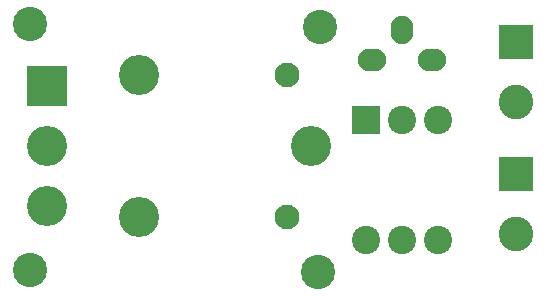
<source format=gbs>
G04 #@! TF.FileFunction,Soldermask,Bot*
%FSLAX46Y46*%
G04 Gerber Fmt 4.6, Leading zero omitted, Abs format (unit mm)*
G04 Created by KiCad (PCBNEW 4.0.1-stable) date 15/06/2016 21:54:59*
%MOMM*%
G01*
G04 APERTURE LIST*
%ADD10C,0.100000*%
%ADD11C,2.900000*%
%ADD12C,2.398980*%
%ADD13R,2.398980X2.398980*%
%ADD14R,2.940000X2.940000*%
%ADD15C,2.940000*%
%ADD16O,1.901140X2.398980*%
%ADD17O,2.398980X1.901140*%
%ADD18C,3.400000*%
%ADD19C,2.100000*%
%ADD20R,3.400000X3.400000*%
G04 APERTURE END LIST*
D10*
D11*
X131064000Y-122555000D03*
X131191000Y-101854000D03*
X106680000Y-122428000D03*
X106680000Y-101600000D03*
D12*
X135130540Y-119888000D03*
D13*
X135130540Y-109728000D03*
D14*
X147828000Y-103124000D03*
D15*
X147828000Y-108204000D03*
D14*
X147828000Y-114300000D03*
D15*
X147828000Y-119380000D03*
D16*
X138176000Y-102108000D03*
D17*
X135636000Y-104648000D03*
X140716000Y-104648000D03*
D12*
X138176000Y-109728000D03*
X138176000Y-119888000D03*
X141224000Y-109728000D03*
X141224000Y-119888000D03*
D18*
X115936000Y-105879000D03*
X115936000Y-117879000D03*
D19*
X128436000Y-117879000D03*
D18*
X130436000Y-111879000D03*
D19*
X128436000Y-105879000D03*
D20*
X108077000Y-106807000D03*
D18*
X108077000Y-111887000D03*
X108077000Y-116967000D03*
M02*

</source>
